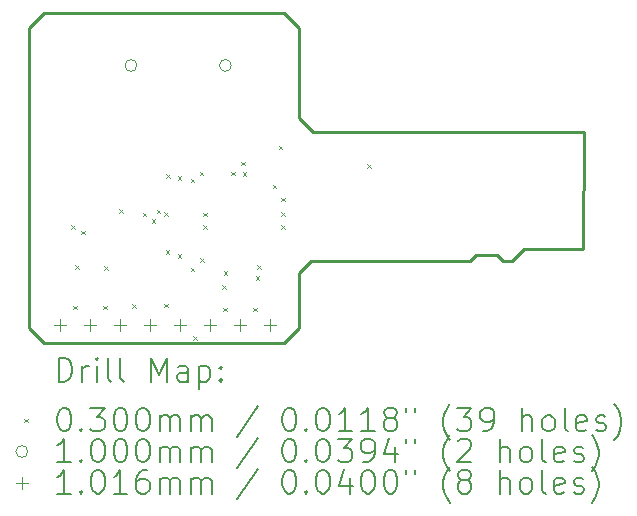
<source format=gbr>
%TF.GenerationSoftware,KiCad,Pcbnew,7.0.9*%
%TF.CreationDate,2023-12-03T04:53:22-05:00*%
%TF.ProjectId,SparkFun_MicroSD_Sniffer_v10,53706172-6b46-4756-9e5f-4d6963726f53,rev?*%
%TF.SameCoordinates,Original*%
%TF.FileFunction,Drillmap*%
%TF.FilePolarity,Positive*%
%FSLAX45Y45*%
G04 Gerber Fmt 4.5, Leading zero omitted, Abs format (unit mm)*
G04 Created by KiCad (PCBNEW 7.0.9) date 2023-12-03 04:53:22*
%MOMM*%
%LPD*%
G01*
G04 APERTURE LIST*
%ADD10C,0.254000*%
%ADD11C,0.200000*%
%ADD12C,0.100000*%
%ADD13C,0.101600*%
G04 APERTURE END LIST*
D10*
X16463010Y-11148060D02*
X16285210Y-11148060D01*
X12500610Y-11770360D02*
X12500610Y-9230360D01*
X14786610Y-9230360D02*
X14786610Y-9992360D01*
X16693000Y-11096000D02*
X16590010Y-11198860D01*
X12627610Y-11897360D02*
X12500610Y-11770360D01*
X14659610Y-11897360D02*
X14786610Y-11770360D01*
X17199610Y-10106660D02*
X14900910Y-10106660D01*
X16513810Y-11198860D02*
X16463010Y-11148060D01*
X14659610Y-9103360D02*
X14786610Y-9230360D01*
X16234410Y-11198860D02*
X14888210Y-11198860D01*
X12627610Y-9103360D02*
X14659610Y-9103360D01*
X14786610Y-11770360D02*
X14786610Y-11300460D01*
X16285210Y-11148060D02*
X16234410Y-11198860D01*
X14786610Y-11300460D02*
X14888210Y-11198860D01*
X17186910Y-11097260D02*
X16693000Y-11096000D01*
X14786610Y-9992360D02*
X14900910Y-10106660D01*
X12627610Y-11897360D02*
X14659610Y-11897360D01*
X17199610Y-10106660D02*
X17186910Y-11097260D01*
X16590010Y-11198860D02*
X16513810Y-11198860D01*
X12500610Y-9230360D02*
X12627610Y-9103360D01*
D11*
D12*
X12855000Y-10898000D02*
X12885000Y-10928000D01*
X12885000Y-10898000D02*
X12855000Y-10928000D01*
X12872000Y-11579000D02*
X12902000Y-11609000D01*
X12902000Y-11579000D02*
X12872000Y-11609000D01*
X12890000Y-11235000D02*
X12920000Y-11265000D01*
X12920000Y-11235000D02*
X12890000Y-11265000D01*
X12942000Y-10945000D02*
X12972000Y-10975000D01*
X12972000Y-10945000D02*
X12942000Y-10975000D01*
X13126000Y-11580000D02*
X13156000Y-11610000D01*
X13156000Y-11580000D02*
X13126000Y-11610000D01*
X13133000Y-11245000D02*
X13163000Y-11275000D01*
X13163000Y-11245000D02*
X13133000Y-11275000D01*
X13261000Y-10764000D02*
X13291000Y-10794000D01*
X13291000Y-10764000D02*
X13261000Y-10794000D01*
X13370000Y-11566000D02*
X13400000Y-11596000D01*
X13400000Y-11566000D02*
X13370000Y-11596000D01*
X13460000Y-10791000D02*
X13490000Y-10821000D01*
X13490000Y-10791000D02*
X13460000Y-10821000D01*
X13537000Y-10845000D02*
X13567000Y-10875000D01*
X13567000Y-10845000D02*
X13537000Y-10875000D01*
X13581000Y-10768000D02*
X13611000Y-10798000D01*
X13611000Y-10768000D02*
X13581000Y-10798000D01*
X13644000Y-10788000D02*
X13674000Y-10818000D01*
X13674000Y-10788000D02*
X13644000Y-10818000D01*
X13644000Y-11563000D02*
X13674000Y-11593000D01*
X13674000Y-11563000D02*
X13644000Y-11593000D01*
X13654000Y-11109000D02*
X13684000Y-11139000D01*
X13684000Y-11109000D02*
X13654000Y-11139000D01*
X13662000Y-10464000D02*
X13692000Y-10494000D01*
X13692000Y-10464000D02*
X13662000Y-10494000D01*
X13758000Y-10482000D02*
X13788000Y-10512000D01*
X13788000Y-10482000D02*
X13758000Y-10512000D01*
X13759000Y-11142000D02*
X13789000Y-11172000D01*
X13789000Y-11142000D02*
X13759000Y-11172000D01*
X13867000Y-10506000D02*
X13897000Y-10536000D01*
X13897000Y-10506000D02*
X13867000Y-10536000D01*
X13869000Y-11256000D02*
X13899000Y-11286000D01*
X13899000Y-11256000D02*
X13869000Y-11286000D01*
X13888000Y-11836000D02*
X13918000Y-11866000D01*
X13918000Y-11836000D02*
X13888000Y-11866000D01*
X13944000Y-10445000D02*
X13974000Y-10475000D01*
X13974000Y-10445000D02*
X13944000Y-10475000D01*
X13949000Y-11179000D02*
X13979000Y-11209000D01*
X13979000Y-11179000D02*
X13949000Y-11209000D01*
X13973000Y-10794000D02*
X14003000Y-10824000D01*
X14003000Y-10794000D02*
X13973000Y-10824000D01*
X13973000Y-10900000D02*
X14003000Y-10930000D01*
X14003000Y-10900000D02*
X13973000Y-10930000D01*
X14133000Y-11404000D02*
X14163000Y-11434000D01*
X14163000Y-11404000D02*
X14133000Y-11434000D01*
X14144000Y-11598000D02*
X14174000Y-11628000D01*
X14174000Y-11598000D02*
X14144000Y-11628000D01*
X14146000Y-11287000D02*
X14176000Y-11317000D01*
X14176000Y-11287000D02*
X14146000Y-11317000D01*
X14210000Y-10445000D02*
X14240000Y-10475000D01*
X14240000Y-10445000D02*
X14210000Y-10475000D01*
X14296000Y-10359000D02*
X14326000Y-10389000D01*
X14326000Y-10359000D02*
X14296000Y-10389000D01*
X14307000Y-10450000D02*
X14337000Y-10480000D01*
X14337000Y-10450000D02*
X14307000Y-10480000D01*
X14395000Y-11596000D02*
X14425000Y-11626000D01*
X14425000Y-11596000D02*
X14395000Y-11626000D01*
X14416000Y-11331000D02*
X14446000Y-11361000D01*
X14446000Y-11331000D02*
X14416000Y-11361000D01*
X14432000Y-11239000D02*
X14462000Y-11269000D01*
X14462000Y-11239000D02*
X14432000Y-11269000D01*
X14562000Y-10554000D02*
X14592000Y-10584000D01*
X14592000Y-10554000D02*
X14562000Y-10584000D01*
X14614000Y-10226000D02*
X14644000Y-10256000D01*
X14644000Y-10226000D02*
X14614000Y-10256000D01*
X14632000Y-10897000D02*
X14662000Y-10927000D01*
X14662000Y-10897000D02*
X14632000Y-10927000D01*
X14634000Y-10788000D02*
X14664000Y-10818000D01*
X14664000Y-10788000D02*
X14634000Y-10818000D01*
X14635000Y-10666000D02*
X14665000Y-10696000D01*
X14665000Y-10666000D02*
X14635000Y-10696000D01*
X15360000Y-10380000D02*
X15390000Y-10410000D01*
X15390000Y-10380000D02*
X15360000Y-10410000D01*
X13411000Y-9545000D02*
G75*
G03*
X13411000Y-9545000I-50000J0D01*
G01*
X14211000Y-9545000D02*
G75*
G03*
X14211000Y-9545000I-50000J0D01*
G01*
D13*
X12759690Y-11689080D02*
X12759690Y-11790680D01*
X12708890Y-11739880D02*
X12810490Y-11739880D01*
X13013690Y-11689080D02*
X13013690Y-11790680D01*
X12962890Y-11739880D02*
X13064490Y-11739880D01*
X13267690Y-11689080D02*
X13267690Y-11790680D01*
X13216890Y-11739880D02*
X13318490Y-11739880D01*
X13521690Y-11689080D02*
X13521690Y-11790680D01*
X13470890Y-11739880D02*
X13572490Y-11739880D01*
X13775690Y-11689080D02*
X13775690Y-11790680D01*
X13724890Y-11739880D02*
X13826490Y-11739880D01*
X14029690Y-11689080D02*
X14029690Y-11790680D01*
X13978890Y-11739880D02*
X14080490Y-11739880D01*
X14283690Y-11689080D02*
X14283690Y-11790680D01*
X14232890Y-11739880D02*
X14334490Y-11739880D01*
X14537690Y-11689080D02*
X14537690Y-11790680D01*
X14486890Y-11739880D02*
X14588490Y-11739880D01*
D11*
X12748687Y-12221544D02*
X12748687Y-12021544D01*
X12748687Y-12021544D02*
X12796306Y-12021544D01*
X12796306Y-12021544D02*
X12824877Y-12031068D01*
X12824877Y-12031068D02*
X12843925Y-12050115D01*
X12843925Y-12050115D02*
X12853449Y-12069163D01*
X12853449Y-12069163D02*
X12862972Y-12107258D01*
X12862972Y-12107258D02*
X12862972Y-12135829D01*
X12862972Y-12135829D02*
X12853449Y-12173925D01*
X12853449Y-12173925D02*
X12843925Y-12192972D01*
X12843925Y-12192972D02*
X12824877Y-12212020D01*
X12824877Y-12212020D02*
X12796306Y-12221544D01*
X12796306Y-12221544D02*
X12748687Y-12221544D01*
X12948687Y-12221544D02*
X12948687Y-12088210D01*
X12948687Y-12126306D02*
X12958211Y-12107258D01*
X12958211Y-12107258D02*
X12967734Y-12097734D01*
X12967734Y-12097734D02*
X12986782Y-12088210D01*
X12986782Y-12088210D02*
X13005830Y-12088210D01*
X13072496Y-12221544D02*
X13072496Y-12088210D01*
X13072496Y-12021544D02*
X13062972Y-12031068D01*
X13062972Y-12031068D02*
X13072496Y-12040591D01*
X13072496Y-12040591D02*
X13082020Y-12031068D01*
X13082020Y-12031068D02*
X13072496Y-12021544D01*
X13072496Y-12021544D02*
X13072496Y-12040591D01*
X13196306Y-12221544D02*
X13177258Y-12212020D01*
X13177258Y-12212020D02*
X13167734Y-12192972D01*
X13167734Y-12192972D02*
X13167734Y-12021544D01*
X13301068Y-12221544D02*
X13282020Y-12212020D01*
X13282020Y-12212020D02*
X13272496Y-12192972D01*
X13272496Y-12192972D02*
X13272496Y-12021544D01*
X13529639Y-12221544D02*
X13529639Y-12021544D01*
X13529639Y-12021544D02*
X13596306Y-12164401D01*
X13596306Y-12164401D02*
X13662972Y-12021544D01*
X13662972Y-12021544D02*
X13662972Y-12221544D01*
X13843925Y-12221544D02*
X13843925Y-12116782D01*
X13843925Y-12116782D02*
X13834401Y-12097734D01*
X13834401Y-12097734D02*
X13815353Y-12088210D01*
X13815353Y-12088210D02*
X13777258Y-12088210D01*
X13777258Y-12088210D02*
X13758211Y-12097734D01*
X13843925Y-12212020D02*
X13824877Y-12221544D01*
X13824877Y-12221544D02*
X13777258Y-12221544D01*
X13777258Y-12221544D02*
X13758211Y-12212020D01*
X13758211Y-12212020D02*
X13748687Y-12192972D01*
X13748687Y-12192972D02*
X13748687Y-12173925D01*
X13748687Y-12173925D02*
X13758211Y-12154877D01*
X13758211Y-12154877D02*
X13777258Y-12145353D01*
X13777258Y-12145353D02*
X13824877Y-12145353D01*
X13824877Y-12145353D02*
X13843925Y-12135829D01*
X13939163Y-12088210D02*
X13939163Y-12288210D01*
X13939163Y-12097734D02*
X13958211Y-12088210D01*
X13958211Y-12088210D02*
X13996306Y-12088210D01*
X13996306Y-12088210D02*
X14015353Y-12097734D01*
X14015353Y-12097734D02*
X14024877Y-12107258D01*
X14024877Y-12107258D02*
X14034401Y-12126306D01*
X14034401Y-12126306D02*
X14034401Y-12183448D01*
X14034401Y-12183448D02*
X14024877Y-12202496D01*
X14024877Y-12202496D02*
X14015353Y-12212020D01*
X14015353Y-12212020D02*
X13996306Y-12221544D01*
X13996306Y-12221544D02*
X13958211Y-12221544D01*
X13958211Y-12221544D02*
X13939163Y-12212020D01*
X14120115Y-12202496D02*
X14129639Y-12212020D01*
X14129639Y-12212020D02*
X14120115Y-12221544D01*
X14120115Y-12221544D02*
X14110592Y-12212020D01*
X14110592Y-12212020D02*
X14120115Y-12202496D01*
X14120115Y-12202496D02*
X14120115Y-12221544D01*
X14120115Y-12097734D02*
X14129639Y-12107258D01*
X14129639Y-12107258D02*
X14120115Y-12116782D01*
X14120115Y-12116782D02*
X14110592Y-12107258D01*
X14110592Y-12107258D02*
X14120115Y-12097734D01*
X14120115Y-12097734D02*
X14120115Y-12116782D01*
D12*
X12457910Y-12535060D02*
X12487910Y-12565060D01*
X12487910Y-12535060D02*
X12457910Y-12565060D01*
D11*
X12786782Y-12441544D02*
X12805830Y-12441544D01*
X12805830Y-12441544D02*
X12824877Y-12451068D01*
X12824877Y-12451068D02*
X12834401Y-12460591D01*
X12834401Y-12460591D02*
X12843925Y-12479639D01*
X12843925Y-12479639D02*
X12853449Y-12517734D01*
X12853449Y-12517734D02*
X12853449Y-12565353D01*
X12853449Y-12565353D02*
X12843925Y-12603448D01*
X12843925Y-12603448D02*
X12834401Y-12622496D01*
X12834401Y-12622496D02*
X12824877Y-12632020D01*
X12824877Y-12632020D02*
X12805830Y-12641544D01*
X12805830Y-12641544D02*
X12786782Y-12641544D01*
X12786782Y-12641544D02*
X12767734Y-12632020D01*
X12767734Y-12632020D02*
X12758211Y-12622496D01*
X12758211Y-12622496D02*
X12748687Y-12603448D01*
X12748687Y-12603448D02*
X12739163Y-12565353D01*
X12739163Y-12565353D02*
X12739163Y-12517734D01*
X12739163Y-12517734D02*
X12748687Y-12479639D01*
X12748687Y-12479639D02*
X12758211Y-12460591D01*
X12758211Y-12460591D02*
X12767734Y-12451068D01*
X12767734Y-12451068D02*
X12786782Y-12441544D01*
X12939163Y-12622496D02*
X12948687Y-12632020D01*
X12948687Y-12632020D02*
X12939163Y-12641544D01*
X12939163Y-12641544D02*
X12929639Y-12632020D01*
X12929639Y-12632020D02*
X12939163Y-12622496D01*
X12939163Y-12622496D02*
X12939163Y-12641544D01*
X13015353Y-12441544D02*
X13139163Y-12441544D01*
X13139163Y-12441544D02*
X13072496Y-12517734D01*
X13072496Y-12517734D02*
X13101068Y-12517734D01*
X13101068Y-12517734D02*
X13120115Y-12527258D01*
X13120115Y-12527258D02*
X13129639Y-12536782D01*
X13129639Y-12536782D02*
X13139163Y-12555829D01*
X13139163Y-12555829D02*
X13139163Y-12603448D01*
X13139163Y-12603448D02*
X13129639Y-12622496D01*
X13129639Y-12622496D02*
X13120115Y-12632020D01*
X13120115Y-12632020D02*
X13101068Y-12641544D01*
X13101068Y-12641544D02*
X13043925Y-12641544D01*
X13043925Y-12641544D02*
X13024877Y-12632020D01*
X13024877Y-12632020D02*
X13015353Y-12622496D01*
X13262972Y-12441544D02*
X13282020Y-12441544D01*
X13282020Y-12441544D02*
X13301068Y-12451068D01*
X13301068Y-12451068D02*
X13310592Y-12460591D01*
X13310592Y-12460591D02*
X13320115Y-12479639D01*
X13320115Y-12479639D02*
X13329639Y-12517734D01*
X13329639Y-12517734D02*
X13329639Y-12565353D01*
X13329639Y-12565353D02*
X13320115Y-12603448D01*
X13320115Y-12603448D02*
X13310592Y-12622496D01*
X13310592Y-12622496D02*
X13301068Y-12632020D01*
X13301068Y-12632020D02*
X13282020Y-12641544D01*
X13282020Y-12641544D02*
X13262972Y-12641544D01*
X13262972Y-12641544D02*
X13243925Y-12632020D01*
X13243925Y-12632020D02*
X13234401Y-12622496D01*
X13234401Y-12622496D02*
X13224877Y-12603448D01*
X13224877Y-12603448D02*
X13215353Y-12565353D01*
X13215353Y-12565353D02*
X13215353Y-12517734D01*
X13215353Y-12517734D02*
X13224877Y-12479639D01*
X13224877Y-12479639D02*
X13234401Y-12460591D01*
X13234401Y-12460591D02*
X13243925Y-12451068D01*
X13243925Y-12451068D02*
X13262972Y-12441544D01*
X13453449Y-12441544D02*
X13472496Y-12441544D01*
X13472496Y-12441544D02*
X13491544Y-12451068D01*
X13491544Y-12451068D02*
X13501068Y-12460591D01*
X13501068Y-12460591D02*
X13510592Y-12479639D01*
X13510592Y-12479639D02*
X13520115Y-12517734D01*
X13520115Y-12517734D02*
X13520115Y-12565353D01*
X13520115Y-12565353D02*
X13510592Y-12603448D01*
X13510592Y-12603448D02*
X13501068Y-12622496D01*
X13501068Y-12622496D02*
X13491544Y-12632020D01*
X13491544Y-12632020D02*
X13472496Y-12641544D01*
X13472496Y-12641544D02*
X13453449Y-12641544D01*
X13453449Y-12641544D02*
X13434401Y-12632020D01*
X13434401Y-12632020D02*
X13424877Y-12622496D01*
X13424877Y-12622496D02*
X13415353Y-12603448D01*
X13415353Y-12603448D02*
X13405830Y-12565353D01*
X13405830Y-12565353D02*
X13405830Y-12517734D01*
X13405830Y-12517734D02*
X13415353Y-12479639D01*
X13415353Y-12479639D02*
X13424877Y-12460591D01*
X13424877Y-12460591D02*
X13434401Y-12451068D01*
X13434401Y-12451068D02*
X13453449Y-12441544D01*
X13605830Y-12641544D02*
X13605830Y-12508210D01*
X13605830Y-12527258D02*
X13615353Y-12517734D01*
X13615353Y-12517734D02*
X13634401Y-12508210D01*
X13634401Y-12508210D02*
X13662973Y-12508210D01*
X13662973Y-12508210D02*
X13682020Y-12517734D01*
X13682020Y-12517734D02*
X13691544Y-12536782D01*
X13691544Y-12536782D02*
X13691544Y-12641544D01*
X13691544Y-12536782D02*
X13701068Y-12517734D01*
X13701068Y-12517734D02*
X13720115Y-12508210D01*
X13720115Y-12508210D02*
X13748687Y-12508210D01*
X13748687Y-12508210D02*
X13767734Y-12517734D01*
X13767734Y-12517734D02*
X13777258Y-12536782D01*
X13777258Y-12536782D02*
X13777258Y-12641544D01*
X13872496Y-12641544D02*
X13872496Y-12508210D01*
X13872496Y-12527258D02*
X13882020Y-12517734D01*
X13882020Y-12517734D02*
X13901068Y-12508210D01*
X13901068Y-12508210D02*
X13929639Y-12508210D01*
X13929639Y-12508210D02*
X13948687Y-12517734D01*
X13948687Y-12517734D02*
X13958211Y-12536782D01*
X13958211Y-12536782D02*
X13958211Y-12641544D01*
X13958211Y-12536782D02*
X13967734Y-12517734D01*
X13967734Y-12517734D02*
X13986782Y-12508210D01*
X13986782Y-12508210D02*
X14015353Y-12508210D01*
X14015353Y-12508210D02*
X14034401Y-12517734D01*
X14034401Y-12517734D02*
X14043925Y-12536782D01*
X14043925Y-12536782D02*
X14043925Y-12641544D01*
X14434401Y-12432020D02*
X14262973Y-12689163D01*
X14691544Y-12441544D02*
X14710592Y-12441544D01*
X14710592Y-12441544D02*
X14729639Y-12451068D01*
X14729639Y-12451068D02*
X14739163Y-12460591D01*
X14739163Y-12460591D02*
X14748687Y-12479639D01*
X14748687Y-12479639D02*
X14758211Y-12517734D01*
X14758211Y-12517734D02*
X14758211Y-12565353D01*
X14758211Y-12565353D02*
X14748687Y-12603448D01*
X14748687Y-12603448D02*
X14739163Y-12622496D01*
X14739163Y-12622496D02*
X14729639Y-12632020D01*
X14729639Y-12632020D02*
X14710592Y-12641544D01*
X14710592Y-12641544D02*
X14691544Y-12641544D01*
X14691544Y-12641544D02*
X14672496Y-12632020D01*
X14672496Y-12632020D02*
X14662973Y-12622496D01*
X14662973Y-12622496D02*
X14653449Y-12603448D01*
X14653449Y-12603448D02*
X14643925Y-12565353D01*
X14643925Y-12565353D02*
X14643925Y-12517734D01*
X14643925Y-12517734D02*
X14653449Y-12479639D01*
X14653449Y-12479639D02*
X14662973Y-12460591D01*
X14662973Y-12460591D02*
X14672496Y-12451068D01*
X14672496Y-12451068D02*
X14691544Y-12441544D01*
X14843925Y-12622496D02*
X14853449Y-12632020D01*
X14853449Y-12632020D02*
X14843925Y-12641544D01*
X14843925Y-12641544D02*
X14834401Y-12632020D01*
X14834401Y-12632020D02*
X14843925Y-12622496D01*
X14843925Y-12622496D02*
X14843925Y-12641544D01*
X14977258Y-12441544D02*
X14996306Y-12441544D01*
X14996306Y-12441544D02*
X15015354Y-12451068D01*
X15015354Y-12451068D02*
X15024877Y-12460591D01*
X15024877Y-12460591D02*
X15034401Y-12479639D01*
X15034401Y-12479639D02*
X15043925Y-12517734D01*
X15043925Y-12517734D02*
X15043925Y-12565353D01*
X15043925Y-12565353D02*
X15034401Y-12603448D01*
X15034401Y-12603448D02*
X15024877Y-12622496D01*
X15024877Y-12622496D02*
X15015354Y-12632020D01*
X15015354Y-12632020D02*
X14996306Y-12641544D01*
X14996306Y-12641544D02*
X14977258Y-12641544D01*
X14977258Y-12641544D02*
X14958211Y-12632020D01*
X14958211Y-12632020D02*
X14948687Y-12622496D01*
X14948687Y-12622496D02*
X14939163Y-12603448D01*
X14939163Y-12603448D02*
X14929639Y-12565353D01*
X14929639Y-12565353D02*
X14929639Y-12517734D01*
X14929639Y-12517734D02*
X14939163Y-12479639D01*
X14939163Y-12479639D02*
X14948687Y-12460591D01*
X14948687Y-12460591D02*
X14958211Y-12451068D01*
X14958211Y-12451068D02*
X14977258Y-12441544D01*
X15234401Y-12641544D02*
X15120116Y-12641544D01*
X15177258Y-12641544D02*
X15177258Y-12441544D01*
X15177258Y-12441544D02*
X15158211Y-12470115D01*
X15158211Y-12470115D02*
X15139163Y-12489163D01*
X15139163Y-12489163D02*
X15120116Y-12498687D01*
X15424877Y-12641544D02*
X15310592Y-12641544D01*
X15367735Y-12641544D02*
X15367735Y-12441544D01*
X15367735Y-12441544D02*
X15348687Y-12470115D01*
X15348687Y-12470115D02*
X15329639Y-12489163D01*
X15329639Y-12489163D02*
X15310592Y-12498687D01*
X15539163Y-12527258D02*
X15520116Y-12517734D01*
X15520116Y-12517734D02*
X15510592Y-12508210D01*
X15510592Y-12508210D02*
X15501068Y-12489163D01*
X15501068Y-12489163D02*
X15501068Y-12479639D01*
X15501068Y-12479639D02*
X15510592Y-12460591D01*
X15510592Y-12460591D02*
X15520116Y-12451068D01*
X15520116Y-12451068D02*
X15539163Y-12441544D01*
X15539163Y-12441544D02*
X15577258Y-12441544D01*
X15577258Y-12441544D02*
X15596306Y-12451068D01*
X15596306Y-12451068D02*
X15605830Y-12460591D01*
X15605830Y-12460591D02*
X15615354Y-12479639D01*
X15615354Y-12479639D02*
X15615354Y-12489163D01*
X15615354Y-12489163D02*
X15605830Y-12508210D01*
X15605830Y-12508210D02*
X15596306Y-12517734D01*
X15596306Y-12517734D02*
X15577258Y-12527258D01*
X15577258Y-12527258D02*
X15539163Y-12527258D01*
X15539163Y-12527258D02*
X15520116Y-12536782D01*
X15520116Y-12536782D02*
X15510592Y-12546306D01*
X15510592Y-12546306D02*
X15501068Y-12565353D01*
X15501068Y-12565353D02*
X15501068Y-12603448D01*
X15501068Y-12603448D02*
X15510592Y-12622496D01*
X15510592Y-12622496D02*
X15520116Y-12632020D01*
X15520116Y-12632020D02*
X15539163Y-12641544D01*
X15539163Y-12641544D02*
X15577258Y-12641544D01*
X15577258Y-12641544D02*
X15596306Y-12632020D01*
X15596306Y-12632020D02*
X15605830Y-12622496D01*
X15605830Y-12622496D02*
X15615354Y-12603448D01*
X15615354Y-12603448D02*
X15615354Y-12565353D01*
X15615354Y-12565353D02*
X15605830Y-12546306D01*
X15605830Y-12546306D02*
X15596306Y-12536782D01*
X15596306Y-12536782D02*
X15577258Y-12527258D01*
X15691544Y-12441544D02*
X15691544Y-12479639D01*
X15767735Y-12441544D02*
X15767735Y-12479639D01*
X16062973Y-12717734D02*
X16053449Y-12708210D01*
X16053449Y-12708210D02*
X16034401Y-12679639D01*
X16034401Y-12679639D02*
X16024878Y-12660591D01*
X16024878Y-12660591D02*
X16015354Y-12632020D01*
X16015354Y-12632020D02*
X16005830Y-12584401D01*
X16005830Y-12584401D02*
X16005830Y-12546306D01*
X16005830Y-12546306D02*
X16015354Y-12498687D01*
X16015354Y-12498687D02*
X16024878Y-12470115D01*
X16024878Y-12470115D02*
X16034401Y-12451068D01*
X16034401Y-12451068D02*
X16053449Y-12422496D01*
X16053449Y-12422496D02*
X16062973Y-12412972D01*
X16120116Y-12441544D02*
X16243925Y-12441544D01*
X16243925Y-12441544D02*
X16177258Y-12517734D01*
X16177258Y-12517734D02*
X16205830Y-12517734D01*
X16205830Y-12517734D02*
X16224878Y-12527258D01*
X16224878Y-12527258D02*
X16234401Y-12536782D01*
X16234401Y-12536782D02*
X16243925Y-12555829D01*
X16243925Y-12555829D02*
X16243925Y-12603448D01*
X16243925Y-12603448D02*
X16234401Y-12622496D01*
X16234401Y-12622496D02*
X16224878Y-12632020D01*
X16224878Y-12632020D02*
X16205830Y-12641544D01*
X16205830Y-12641544D02*
X16148687Y-12641544D01*
X16148687Y-12641544D02*
X16129639Y-12632020D01*
X16129639Y-12632020D02*
X16120116Y-12622496D01*
X16339163Y-12641544D02*
X16377258Y-12641544D01*
X16377258Y-12641544D02*
X16396306Y-12632020D01*
X16396306Y-12632020D02*
X16405830Y-12622496D01*
X16405830Y-12622496D02*
X16424878Y-12593925D01*
X16424878Y-12593925D02*
X16434401Y-12555829D01*
X16434401Y-12555829D02*
X16434401Y-12479639D01*
X16434401Y-12479639D02*
X16424878Y-12460591D01*
X16424878Y-12460591D02*
X16415354Y-12451068D01*
X16415354Y-12451068D02*
X16396306Y-12441544D01*
X16396306Y-12441544D02*
X16358211Y-12441544D01*
X16358211Y-12441544D02*
X16339163Y-12451068D01*
X16339163Y-12451068D02*
X16329639Y-12460591D01*
X16329639Y-12460591D02*
X16320116Y-12479639D01*
X16320116Y-12479639D02*
X16320116Y-12527258D01*
X16320116Y-12527258D02*
X16329639Y-12546306D01*
X16329639Y-12546306D02*
X16339163Y-12555829D01*
X16339163Y-12555829D02*
X16358211Y-12565353D01*
X16358211Y-12565353D02*
X16396306Y-12565353D01*
X16396306Y-12565353D02*
X16415354Y-12555829D01*
X16415354Y-12555829D02*
X16424878Y-12546306D01*
X16424878Y-12546306D02*
X16434401Y-12527258D01*
X16672497Y-12641544D02*
X16672497Y-12441544D01*
X16758211Y-12641544D02*
X16758211Y-12536782D01*
X16758211Y-12536782D02*
X16748687Y-12517734D01*
X16748687Y-12517734D02*
X16729640Y-12508210D01*
X16729640Y-12508210D02*
X16701068Y-12508210D01*
X16701068Y-12508210D02*
X16682020Y-12517734D01*
X16682020Y-12517734D02*
X16672497Y-12527258D01*
X16882021Y-12641544D02*
X16862973Y-12632020D01*
X16862973Y-12632020D02*
X16853449Y-12622496D01*
X16853449Y-12622496D02*
X16843925Y-12603448D01*
X16843925Y-12603448D02*
X16843925Y-12546306D01*
X16843925Y-12546306D02*
X16853449Y-12527258D01*
X16853449Y-12527258D02*
X16862973Y-12517734D01*
X16862973Y-12517734D02*
X16882021Y-12508210D01*
X16882021Y-12508210D02*
X16910592Y-12508210D01*
X16910592Y-12508210D02*
X16929640Y-12517734D01*
X16929640Y-12517734D02*
X16939163Y-12527258D01*
X16939163Y-12527258D02*
X16948687Y-12546306D01*
X16948687Y-12546306D02*
X16948687Y-12603448D01*
X16948687Y-12603448D02*
X16939163Y-12622496D01*
X16939163Y-12622496D02*
X16929640Y-12632020D01*
X16929640Y-12632020D02*
X16910592Y-12641544D01*
X16910592Y-12641544D02*
X16882021Y-12641544D01*
X17062973Y-12641544D02*
X17043925Y-12632020D01*
X17043925Y-12632020D02*
X17034402Y-12612972D01*
X17034402Y-12612972D02*
X17034402Y-12441544D01*
X17215354Y-12632020D02*
X17196306Y-12641544D01*
X17196306Y-12641544D02*
X17158211Y-12641544D01*
X17158211Y-12641544D02*
X17139163Y-12632020D01*
X17139163Y-12632020D02*
X17129640Y-12612972D01*
X17129640Y-12612972D02*
X17129640Y-12536782D01*
X17129640Y-12536782D02*
X17139163Y-12517734D01*
X17139163Y-12517734D02*
X17158211Y-12508210D01*
X17158211Y-12508210D02*
X17196306Y-12508210D01*
X17196306Y-12508210D02*
X17215354Y-12517734D01*
X17215354Y-12517734D02*
X17224878Y-12536782D01*
X17224878Y-12536782D02*
X17224878Y-12555829D01*
X17224878Y-12555829D02*
X17129640Y-12574877D01*
X17301068Y-12632020D02*
X17320116Y-12641544D01*
X17320116Y-12641544D02*
X17358211Y-12641544D01*
X17358211Y-12641544D02*
X17377259Y-12632020D01*
X17377259Y-12632020D02*
X17386783Y-12612972D01*
X17386783Y-12612972D02*
X17386783Y-12603448D01*
X17386783Y-12603448D02*
X17377259Y-12584401D01*
X17377259Y-12584401D02*
X17358211Y-12574877D01*
X17358211Y-12574877D02*
X17329640Y-12574877D01*
X17329640Y-12574877D02*
X17310592Y-12565353D01*
X17310592Y-12565353D02*
X17301068Y-12546306D01*
X17301068Y-12546306D02*
X17301068Y-12536782D01*
X17301068Y-12536782D02*
X17310592Y-12517734D01*
X17310592Y-12517734D02*
X17329640Y-12508210D01*
X17329640Y-12508210D02*
X17358211Y-12508210D01*
X17358211Y-12508210D02*
X17377259Y-12517734D01*
X17453449Y-12717734D02*
X17462973Y-12708210D01*
X17462973Y-12708210D02*
X17482021Y-12679639D01*
X17482021Y-12679639D02*
X17491544Y-12660591D01*
X17491544Y-12660591D02*
X17501068Y-12632020D01*
X17501068Y-12632020D02*
X17510592Y-12584401D01*
X17510592Y-12584401D02*
X17510592Y-12546306D01*
X17510592Y-12546306D02*
X17501068Y-12498687D01*
X17501068Y-12498687D02*
X17491544Y-12470115D01*
X17491544Y-12470115D02*
X17482021Y-12451068D01*
X17482021Y-12451068D02*
X17462973Y-12422496D01*
X17462973Y-12422496D02*
X17453449Y-12412972D01*
D12*
X12487910Y-12814060D02*
G75*
G03*
X12487910Y-12814060I-50000J0D01*
G01*
D11*
X12853449Y-12905544D02*
X12739163Y-12905544D01*
X12796306Y-12905544D02*
X12796306Y-12705544D01*
X12796306Y-12705544D02*
X12777258Y-12734115D01*
X12777258Y-12734115D02*
X12758211Y-12753163D01*
X12758211Y-12753163D02*
X12739163Y-12762687D01*
X12939163Y-12886496D02*
X12948687Y-12896020D01*
X12948687Y-12896020D02*
X12939163Y-12905544D01*
X12939163Y-12905544D02*
X12929639Y-12896020D01*
X12929639Y-12896020D02*
X12939163Y-12886496D01*
X12939163Y-12886496D02*
X12939163Y-12905544D01*
X13072496Y-12705544D02*
X13091544Y-12705544D01*
X13091544Y-12705544D02*
X13110592Y-12715068D01*
X13110592Y-12715068D02*
X13120115Y-12724591D01*
X13120115Y-12724591D02*
X13129639Y-12743639D01*
X13129639Y-12743639D02*
X13139163Y-12781734D01*
X13139163Y-12781734D02*
X13139163Y-12829353D01*
X13139163Y-12829353D02*
X13129639Y-12867448D01*
X13129639Y-12867448D02*
X13120115Y-12886496D01*
X13120115Y-12886496D02*
X13110592Y-12896020D01*
X13110592Y-12896020D02*
X13091544Y-12905544D01*
X13091544Y-12905544D02*
X13072496Y-12905544D01*
X13072496Y-12905544D02*
X13053449Y-12896020D01*
X13053449Y-12896020D02*
X13043925Y-12886496D01*
X13043925Y-12886496D02*
X13034401Y-12867448D01*
X13034401Y-12867448D02*
X13024877Y-12829353D01*
X13024877Y-12829353D02*
X13024877Y-12781734D01*
X13024877Y-12781734D02*
X13034401Y-12743639D01*
X13034401Y-12743639D02*
X13043925Y-12724591D01*
X13043925Y-12724591D02*
X13053449Y-12715068D01*
X13053449Y-12715068D02*
X13072496Y-12705544D01*
X13262972Y-12705544D02*
X13282020Y-12705544D01*
X13282020Y-12705544D02*
X13301068Y-12715068D01*
X13301068Y-12715068D02*
X13310592Y-12724591D01*
X13310592Y-12724591D02*
X13320115Y-12743639D01*
X13320115Y-12743639D02*
X13329639Y-12781734D01*
X13329639Y-12781734D02*
X13329639Y-12829353D01*
X13329639Y-12829353D02*
X13320115Y-12867448D01*
X13320115Y-12867448D02*
X13310592Y-12886496D01*
X13310592Y-12886496D02*
X13301068Y-12896020D01*
X13301068Y-12896020D02*
X13282020Y-12905544D01*
X13282020Y-12905544D02*
X13262972Y-12905544D01*
X13262972Y-12905544D02*
X13243925Y-12896020D01*
X13243925Y-12896020D02*
X13234401Y-12886496D01*
X13234401Y-12886496D02*
X13224877Y-12867448D01*
X13224877Y-12867448D02*
X13215353Y-12829353D01*
X13215353Y-12829353D02*
X13215353Y-12781734D01*
X13215353Y-12781734D02*
X13224877Y-12743639D01*
X13224877Y-12743639D02*
X13234401Y-12724591D01*
X13234401Y-12724591D02*
X13243925Y-12715068D01*
X13243925Y-12715068D02*
X13262972Y-12705544D01*
X13453449Y-12705544D02*
X13472496Y-12705544D01*
X13472496Y-12705544D02*
X13491544Y-12715068D01*
X13491544Y-12715068D02*
X13501068Y-12724591D01*
X13501068Y-12724591D02*
X13510592Y-12743639D01*
X13510592Y-12743639D02*
X13520115Y-12781734D01*
X13520115Y-12781734D02*
X13520115Y-12829353D01*
X13520115Y-12829353D02*
X13510592Y-12867448D01*
X13510592Y-12867448D02*
X13501068Y-12886496D01*
X13501068Y-12886496D02*
X13491544Y-12896020D01*
X13491544Y-12896020D02*
X13472496Y-12905544D01*
X13472496Y-12905544D02*
X13453449Y-12905544D01*
X13453449Y-12905544D02*
X13434401Y-12896020D01*
X13434401Y-12896020D02*
X13424877Y-12886496D01*
X13424877Y-12886496D02*
X13415353Y-12867448D01*
X13415353Y-12867448D02*
X13405830Y-12829353D01*
X13405830Y-12829353D02*
X13405830Y-12781734D01*
X13405830Y-12781734D02*
X13415353Y-12743639D01*
X13415353Y-12743639D02*
X13424877Y-12724591D01*
X13424877Y-12724591D02*
X13434401Y-12715068D01*
X13434401Y-12715068D02*
X13453449Y-12705544D01*
X13605830Y-12905544D02*
X13605830Y-12772210D01*
X13605830Y-12791258D02*
X13615353Y-12781734D01*
X13615353Y-12781734D02*
X13634401Y-12772210D01*
X13634401Y-12772210D02*
X13662973Y-12772210D01*
X13662973Y-12772210D02*
X13682020Y-12781734D01*
X13682020Y-12781734D02*
X13691544Y-12800782D01*
X13691544Y-12800782D02*
X13691544Y-12905544D01*
X13691544Y-12800782D02*
X13701068Y-12781734D01*
X13701068Y-12781734D02*
X13720115Y-12772210D01*
X13720115Y-12772210D02*
X13748687Y-12772210D01*
X13748687Y-12772210D02*
X13767734Y-12781734D01*
X13767734Y-12781734D02*
X13777258Y-12800782D01*
X13777258Y-12800782D02*
X13777258Y-12905544D01*
X13872496Y-12905544D02*
X13872496Y-12772210D01*
X13872496Y-12791258D02*
X13882020Y-12781734D01*
X13882020Y-12781734D02*
X13901068Y-12772210D01*
X13901068Y-12772210D02*
X13929639Y-12772210D01*
X13929639Y-12772210D02*
X13948687Y-12781734D01*
X13948687Y-12781734D02*
X13958211Y-12800782D01*
X13958211Y-12800782D02*
X13958211Y-12905544D01*
X13958211Y-12800782D02*
X13967734Y-12781734D01*
X13967734Y-12781734D02*
X13986782Y-12772210D01*
X13986782Y-12772210D02*
X14015353Y-12772210D01*
X14015353Y-12772210D02*
X14034401Y-12781734D01*
X14034401Y-12781734D02*
X14043925Y-12800782D01*
X14043925Y-12800782D02*
X14043925Y-12905544D01*
X14434401Y-12696020D02*
X14262973Y-12953163D01*
X14691544Y-12705544D02*
X14710592Y-12705544D01*
X14710592Y-12705544D02*
X14729639Y-12715068D01*
X14729639Y-12715068D02*
X14739163Y-12724591D01*
X14739163Y-12724591D02*
X14748687Y-12743639D01*
X14748687Y-12743639D02*
X14758211Y-12781734D01*
X14758211Y-12781734D02*
X14758211Y-12829353D01*
X14758211Y-12829353D02*
X14748687Y-12867448D01*
X14748687Y-12867448D02*
X14739163Y-12886496D01*
X14739163Y-12886496D02*
X14729639Y-12896020D01*
X14729639Y-12896020D02*
X14710592Y-12905544D01*
X14710592Y-12905544D02*
X14691544Y-12905544D01*
X14691544Y-12905544D02*
X14672496Y-12896020D01*
X14672496Y-12896020D02*
X14662973Y-12886496D01*
X14662973Y-12886496D02*
X14653449Y-12867448D01*
X14653449Y-12867448D02*
X14643925Y-12829353D01*
X14643925Y-12829353D02*
X14643925Y-12781734D01*
X14643925Y-12781734D02*
X14653449Y-12743639D01*
X14653449Y-12743639D02*
X14662973Y-12724591D01*
X14662973Y-12724591D02*
X14672496Y-12715068D01*
X14672496Y-12715068D02*
X14691544Y-12705544D01*
X14843925Y-12886496D02*
X14853449Y-12896020D01*
X14853449Y-12896020D02*
X14843925Y-12905544D01*
X14843925Y-12905544D02*
X14834401Y-12896020D01*
X14834401Y-12896020D02*
X14843925Y-12886496D01*
X14843925Y-12886496D02*
X14843925Y-12905544D01*
X14977258Y-12705544D02*
X14996306Y-12705544D01*
X14996306Y-12705544D02*
X15015354Y-12715068D01*
X15015354Y-12715068D02*
X15024877Y-12724591D01*
X15024877Y-12724591D02*
X15034401Y-12743639D01*
X15034401Y-12743639D02*
X15043925Y-12781734D01*
X15043925Y-12781734D02*
X15043925Y-12829353D01*
X15043925Y-12829353D02*
X15034401Y-12867448D01*
X15034401Y-12867448D02*
X15024877Y-12886496D01*
X15024877Y-12886496D02*
X15015354Y-12896020D01*
X15015354Y-12896020D02*
X14996306Y-12905544D01*
X14996306Y-12905544D02*
X14977258Y-12905544D01*
X14977258Y-12905544D02*
X14958211Y-12896020D01*
X14958211Y-12896020D02*
X14948687Y-12886496D01*
X14948687Y-12886496D02*
X14939163Y-12867448D01*
X14939163Y-12867448D02*
X14929639Y-12829353D01*
X14929639Y-12829353D02*
X14929639Y-12781734D01*
X14929639Y-12781734D02*
X14939163Y-12743639D01*
X14939163Y-12743639D02*
X14948687Y-12724591D01*
X14948687Y-12724591D02*
X14958211Y-12715068D01*
X14958211Y-12715068D02*
X14977258Y-12705544D01*
X15110592Y-12705544D02*
X15234401Y-12705544D01*
X15234401Y-12705544D02*
X15167735Y-12781734D01*
X15167735Y-12781734D02*
X15196306Y-12781734D01*
X15196306Y-12781734D02*
X15215354Y-12791258D01*
X15215354Y-12791258D02*
X15224877Y-12800782D01*
X15224877Y-12800782D02*
X15234401Y-12819829D01*
X15234401Y-12819829D02*
X15234401Y-12867448D01*
X15234401Y-12867448D02*
X15224877Y-12886496D01*
X15224877Y-12886496D02*
X15215354Y-12896020D01*
X15215354Y-12896020D02*
X15196306Y-12905544D01*
X15196306Y-12905544D02*
X15139163Y-12905544D01*
X15139163Y-12905544D02*
X15120116Y-12896020D01*
X15120116Y-12896020D02*
X15110592Y-12886496D01*
X15329639Y-12905544D02*
X15367735Y-12905544D01*
X15367735Y-12905544D02*
X15386782Y-12896020D01*
X15386782Y-12896020D02*
X15396306Y-12886496D01*
X15396306Y-12886496D02*
X15415354Y-12857925D01*
X15415354Y-12857925D02*
X15424877Y-12819829D01*
X15424877Y-12819829D02*
X15424877Y-12743639D01*
X15424877Y-12743639D02*
X15415354Y-12724591D01*
X15415354Y-12724591D02*
X15405830Y-12715068D01*
X15405830Y-12715068D02*
X15386782Y-12705544D01*
X15386782Y-12705544D02*
X15348687Y-12705544D01*
X15348687Y-12705544D02*
X15329639Y-12715068D01*
X15329639Y-12715068D02*
X15320116Y-12724591D01*
X15320116Y-12724591D02*
X15310592Y-12743639D01*
X15310592Y-12743639D02*
X15310592Y-12791258D01*
X15310592Y-12791258D02*
X15320116Y-12810306D01*
X15320116Y-12810306D02*
X15329639Y-12819829D01*
X15329639Y-12819829D02*
X15348687Y-12829353D01*
X15348687Y-12829353D02*
X15386782Y-12829353D01*
X15386782Y-12829353D02*
X15405830Y-12819829D01*
X15405830Y-12819829D02*
X15415354Y-12810306D01*
X15415354Y-12810306D02*
X15424877Y-12791258D01*
X15596306Y-12772210D02*
X15596306Y-12905544D01*
X15548687Y-12696020D02*
X15501068Y-12838877D01*
X15501068Y-12838877D02*
X15624877Y-12838877D01*
X15691544Y-12705544D02*
X15691544Y-12743639D01*
X15767735Y-12705544D02*
X15767735Y-12743639D01*
X16062973Y-12981734D02*
X16053449Y-12972210D01*
X16053449Y-12972210D02*
X16034401Y-12943639D01*
X16034401Y-12943639D02*
X16024878Y-12924591D01*
X16024878Y-12924591D02*
X16015354Y-12896020D01*
X16015354Y-12896020D02*
X16005830Y-12848401D01*
X16005830Y-12848401D02*
X16005830Y-12810306D01*
X16005830Y-12810306D02*
X16015354Y-12762687D01*
X16015354Y-12762687D02*
X16024878Y-12734115D01*
X16024878Y-12734115D02*
X16034401Y-12715068D01*
X16034401Y-12715068D02*
X16053449Y-12686496D01*
X16053449Y-12686496D02*
X16062973Y-12676972D01*
X16129639Y-12724591D02*
X16139163Y-12715068D01*
X16139163Y-12715068D02*
X16158211Y-12705544D01*
X16158211Y-12705544D02*
X16205830Y-12705544D01*
X16205830Y-12705544D02*
X16224878Y-12715068D01*
X16224878Y-12715068D02*
X16234401Y-12724591D01*
X16234401Y-12724591D02*
X16243925Y-12743639D01*
X16243925Y-12743639D02*
X16243925Y-12762687D01*
X16243925Y-12762687D02*
X16234401Y-12791258D01*
X16234401Y-12791258D02*
X16120116Y-12905544D01*
X16120116Y-12905544D02*
X16243925Y-12905544D01*
X16482020Y-12905544D02*
X16482020Y-12705544D01*
X16567735Y-12905544D02*
X16567735Y-12800782D01*
X16567735Y-12800782D02*
X16558211Y-12781734D01*
X16558211Y-12781734D02*
X16539163Y-12772210D01*
X16539163Y-12772210D02*
X16510592Y-12772210D01*
X16510592Y-12772210D02*
X16491544Y-12781734D01*
X16491544Y-12781734D02*
X16482020Y-12791258D01*
X16691544Y-12905544D02*
X16672497Y-12896020D01*
X16672497Y-12896020D02*
X16662973Y-12886496D01*
X16662973Y-12886496D02*
X16653449Y-12867448D01*
X16653449Y-12867448D02*
X16653449Y-12810306D01*
X16653449Y-12810306D02*
X16662973Y-12791258D01*
X16662973Y-12791258D02*
X16672497Y-12781734D01*
X16672497Y-12781734D02*
X16691544Y-12772210D01*
X16691544Y-12772210D02*
X16720116Y-12772210D01*
X16720116Y-12772210D02*
X16739163Y-12781734D01*
X16739163Y-12781734D02*
X16748687Y-12791258D01*
X16748687Y-12791258D02*
X16758211Y-12810306D01*
X16758211Y-12810306D02*
X16758211Y-12867448D01*
X16758211Y-12867448D02*
X16748687Y-12886496D01*
X16748687Y-12886496D02*
X16739163Y-12896020D01*
X16739163Y-12896020D02*
X16720116Y-12905544D01*
X16720116Y-12905544D02*
X16691544Y-12905544D01*
X16872497Y-12905544D02*
X16853449Y-12896020D01*
X16853449Y-12896020D02*
X16843925Y-12876972D01*
X16843925Y-12876972D02*
X16843925Y-12705544D01*
X17024878Y-12896020D02*
X17005830Y-12905544D01*
X17005830Y-12905544D02*
X16967735Y-12905544D01*
X16967735Y-12905544D02*
X16948687Y-12896020D01*
X16948687Y-12896020D02*
X16939163Y-12876972D01*
X16939163Y-12876972D02*
X16939163Y-12800782D01*
X16939163Y-12800782D02*
X16948687Y-12781734D01*
X16948687Y-12781734D02*
X16967735Y-12772210D01*
X16967735Y-12772210D02*
X17005830Y-12772210D01*
X17005830Y-12772210D02*
X17024878Y-12781734D01*
X17024878Y-12781734D02*
X17034402Y-12800782D01*
X17034402Y-12800782D02*
X17034402Y-12819829D01*
X17034402Y-12819829D02*
X16939163Y-12838877D01*
X17110592Y-12896020D02*
X17129640Y-12905544D01*
X17129640Y-12905544D02*
X17167735Y-12905544D01*
X17167735Y-12905544D02*
X17186783Y-12896020D01*
X17186783Y-12896020D02*
X17196306Y-12876972D01*
X17196306Y-12876972D02*
X17196306Y-12867448D01*
X17196306Y-12867448D02*
X17186783Y-12848401D01*
X17186783Y-12848401D02*
X17167735Y-12838877D01*
X17167735Y-12838877D02*
X17139163Y-12838877D01*
X17139163Y-12838877D02*
X17120116Y-12829353D01*
X17120116Y-12829353D02*
X17110592Y-12810306D01*
X17110592Y-12810306D02*
X17110592Y-12800782D01*
X17110592Y-12800782D02*
X17120116Y-12781734D01*
X17120116Y-12781734D02*
X17139163Y-12772210D01*
X17139163Y-12772210D02*
X17167735Y-12772210D01*
X17167735Y-12772210D02*
X17186783Y-12781734D01*
X17262973Y-12981734D02*
X17272497Y-12972210D01*
X17272497Y-12972210D02*
X17291544Y-12943639D01*
X17291544Y-12943639D02*
X17301068Y-12924591D01*
X17301068Y-12924591D02*
X17310592Y-12896020D01*
X17310592Y-12896020D02*
X17320116Y-12848401D01*
X17320116Y-12848401D02*
X17320116Y-12810306D01*
X17320116Y-12810306D02*
X17310592Y-12762687D01*
X17310592Y-12762687D02*
X17301068Y-12734115D01*
X17301068Y-12734115D02*
X17291544Y-12715068D01*
X17291544Y-12715068D02*
X17272497Y-12686496D01*
X17272497Y-12686496D02*
X17262973Y-12676972D01*
D13*
X12437110Y-13027260D02*
X12437110Y-13128860D01*
X12386310Y-13078060D02*
X12487910Y-13078060D01*
D11*
X12853449Y-13169544D02*
X12739163Y-13169544D01*
X12796306Y-13169544D02*
X12796306Y-12969544D01*
X12796306Y-12969544D02*
X12777258Y-12998115D01*
X12777258Y-12998115D02*
X12758211Y-13017163D01*
X12758211Y-13017163D02*
X12739163Y-13026687D01*
X12939163Y-13150496D02*
X12948687Y-13160020D01*
X12948687Y-13160020D02*
X12939163Y-13169544D01*
X12939163Y-13169544D02*
X12929639Y-13160020D01*
X12929639Y-13160020D02*
X12939163Y-13150496D01*
X12939163Y-13150496D02*
X12939163Y-13169544D01*
X13072496Y-12969544D02*
X13091544Y-12969544D01*
X13091544Y-12969544D02*
X13110592Y-12979068D01*
X13110592Y-12979068D02*
X13120115Y-12988591D01*
X13120115Y-12988591D02*
X13129639Y-13007639D01*
X13129639Y-13007639D02*
X13139163Y-13045734D01*
X13139163Y-13045734D02*
X13139163Y-13093353D01*
X13139163Y-13093353D02*
X13129639Y-13131448D01*
X13129639Y-13131448D02*
X13120115Y-13150496D01*
X13120115Y-13150496D02*
X13110592Y-13160020D01*
X13110592Y-13160020D02*
X13091544Y-13169544D01*
X13091544Y-13169544D02*
X13072496Y-13169544D01*
X13072496Y-13169544D02*
X13053449Y-13160020D01*
X13053449Y-13160020D02*
X13043925Y-13150496D01*
X13043925Y-13150496D02*
X13034401Y-13131448D01*
X13034401Y-13131448D02*
X13024877Y-13093353D01*
X13024877Y-13093353D02*
X13024877Y-13045734D01*
X13024877Y-13045734D02*
X13034401Y-13007639D01*
X13034401Y-13007639D02*
X13043925Y-12988591D01*
X13043925Y-12988591D02*
X13053449Y-12979068D01*
X13053449Y-12979068D02*
X13072496Y-12969544D01*
X13329639Y-13169544D02*
X13215353Y-13169544D01*
X13272496Y-13169544D02*
X13272496Y-12969544D01*
X13272496Y-12969544D02*
X13253449Y-12998115D01*
X13253449Y-12998115D02*
X13234401Y-13017163D01*
X13234401Y-13017163D02*
X13215353Y-13026687D01*
X13501068Y-12969544D02*
X13462972Y-12969544D01*
X13462972Y-12969544D02*
X13443925Y-12979068D01*
X13443925Y-12979068D02*
X13434401Y-12988591D01*
X13434401Y-12988591D02*
X13415353Y-13017163D01*
X13415353Y-13017163D02*
X13405830Y-13055258D01*
X13405830Y-13055258D02*
X13405830Y-13131448D01*
X13405830Y-13131448D02*
X13415353Y-13150496D01*
X13415353Y-13150496D02*
X13424877Y-13160020D01*
X13424877Y-13160020D02*
X13443925Y-13169544D01*
X13443925Y-13169544D02*
X13482020Y-13169544D01*
X13482020Y-13169544D02*
X13501068Y-13160020D01*
X13501068Y-13160020D02*
X13510592Y-13150496D01*
X13510592Y-13150496D02*
X13520115Y-13131448D01*
X13520115Y-13131448D02*
X13520115Y-13083829D01*
X13520115Y-13083829D02*
X13510592Y-13064782D01*
X13510592Y-13064782D02*
X13501068Y-13055258D01*
X13501068Y-13055258D02*
X13482020Y-13045734D01*
X13482020Y-13045734D02*
X13443925Y-13045734D01*
X13443925Y-13045734D02*
X13424877Y-13055258D01*
X13424877Y-13055258D02*
X13415353Y-13064782D01*
X13415353Y-13064782D02*
X13405830Y-13083829D01*
X13605830Y-13169544D02*
X13605830Y-13036210D01*
X13605830Y-13055258D02*
X13615353Y-13045734D01*
X13615353Y-13045734D02*
X13634401Y-13036210D01*
X13634401Y-13036210D02*
X13662973Y-13036210D01*
X13662973Y-13036210D02*
X13682020Y-13045734D01*
X13682020Y-13045734D02*
X13691544Y-13064782D01*
X13691544Y-13064782D02*
X13691544Y-13169544D01*
X13691544Y-13064782D02*
X13701068Y-13045734D01*
X13701068Y-13045734D02*
X13720115Y-13036210D01*
X13720115Y-13036210D02*
X13748687Y-13036210D01*
X13748687Y-13036210D02*
X13767734Y-13045734D01*
X13767734Y-13045734D02*
X13777258Y-13064782D01*
X13777258Y-13064782D02*
X13777258Y-13169544D01*
X13872496Y-13169544D02*
X13872496Y-13036210D01*
X13872496Y-13055258D02*
X13882020Y-13045734D01*
X13882020Y-13045734D02*
X13901068Y-13036210D01*
X13901068Y-13036210D02*
X13929639Y-13036210D01*
X13929639Y-13036210D02*
X13948687Y-13045734D01*
X13948687Y-13045734D02*
X13958211Y-13064782D01*
X13958211Y-13064782D02*
X13958211Y-13169544D01*
X13958211Y-13064782D02*
X13967734Y-13045734D01*
X13967734Y-13045734D02*
X13986782Y-13036210D01*
X13986782Y-13036210D02*
X14015353Y-13036210D01*
X14015353Y-13036210D02*
X14034401Y-13045734D01*
X14034401Y-13045734D02*
X14043925Y-13064782D01*
X14043925Y-13064782D02*
X14043925Y-13169544D01*
X14434401Y-12960020D02*
X14262973Y-13217163D01*
X14691544Y-12969544D02*
X14710592Y-12969544D01*
X14710592Y-12969544D02*
X14729639Y-12979068D01*
X14729639Y-12979068D02*
X14739163Y-12988591D01*
X14739163Y-12988591D02*
X14748687Y-13007639D01*
X14748687Y-13007639D02*
X14758211Y-13045734D01*
X14758211Y-13045734D02*
X14758211Y-13093353D01*
X14758211Y-13093353D02*
X14748687Y-13131448D01*
X14748687Y-13131448D02*
X14739163Y-13150496D01*
X14739163Y-13150496D02*
X14729639Y-13160020D01*
X14729639Y-13160020D02*
X14710592Y-13169544D01*
X14710592Y-13169544D02*
X14691544Y-13169544D01*
X14691544Y-13169544D02*
X14672496Y-13160020D01*
X14672496Y-13160020D02*
X14662973Y-13150496D01*
X14662973Y-13150496D02*
X14653449Y-13131448D01*
X14653449Y-13131448D02*
X14643925Y-13093353D01*
X14643925Y-13093353D02*
X14643925Y-13045734D01*
X14643925Y-13045734D02*
X14653449Y-13007639D01*
X14653449Y-13007639D02*
X14662973Y-12988591D01*
X14662973Y-12988591D02*
X14672496Y-12979068D01*
X14672496Y-12979068D02*
X14691544Y-12969544D01*
X14843925Y-13150496D02*
X14853449Y-13160020D01*
X14853449Y-13160020D02*
X14843925Y-13169544D01*
X14843925Y-13169544D02*
X14834401Y-13160020D01*
X14834401Y-13160020D02*
X14843925Y-13150496D01*
X14843925Y-13150496D02*
X14843925Y-13169544D01*
X14977258Y-12969544D02*
X14996306Y-12969544D01*
X14996306Y-12969544D02*
X15015354Y-12979068D01*
X15015354Y-12979068D02*
X15024877Y-12988591D01*
X15024877Y-12988591D02*
X15034401Y-13007639D01*
X15034401Y-13007639D02*
X15043925Y-13045734D01*
X15043925Y-13045734D02*
X15043925Y-13093353D01*
X15043925Y-13093353D02*
X15034401Y-13131448D01*
X15034401Y-13131448D02*
X15024877Y-13150496D01*
X15024877Y-13150496D02*
X15015354Y-13160020D01*
X15015354Y-13160020D02*
X14996306Y-13169544D01*
X14996306Y-13169544D02*
X14977258Y-13169544D01*
X14977258Y-13169544D02*
X14958211Y-13160020D01*
X14958211Y-13160020D02*
X14948687Y-13150496D01*
X14948687Y-13150496D02*
X14939163Y-13131448D01*
X14939163Y-13131448D02*
X14929639Y-13093353D01*
X14929639Y-13093353D02*
X14929639Y-13045734D01*
X14929639Y-13045734D02*
X14939163Y-13007639D01*
X14939163Y-13007639D02*
X14948687Y-12988591D01*
X14948687Y-12988591D02*
X14958211Y-12979068D01*
X14958211Y-12979068D02*
X14977258Y-12969544D01*
X15215354Y-13036210D02*
X15215354Y-13169544D01*
X15167735Y-12960020D02*
X15120116Y-13102877D01*
X15120116Y-13102877D02*
X15243925Y-13102877D01*
X15358211Y-12969544D02*
X15377258Y-12969544D01*
X15377258Y-12969544D02*
X15396306Y-12979068D01*
X15396306Y-12979068D02*
X15405830Y-12988591D01*
X15405830Y-12988591D02*
X15415354Y-13007639D01*
X15415354Y-13007639D02*
X15424877Y-13045734D01*
X15424877Y-13045734D02*
X15424877Y-13093353D01*
X15424877Y-13093353D02*
X15415354Y-13131448D01*
X15415354Y-13131448D02*
X15405830Y-13150496D01*
X15405830Y-13150496D02*
X15396306Y-13160020D01*
X15396306Y-13160020D02*
X15377258Y-13169544D01*
X15377258Y-13169544D02*
X15358211Y-13169544D01*
X15358211Y-13169544D02*
X15339163Y-13160020D01*
X15339163Y-13160020D02*
X15329639Y-13150496D01*
X15329639Y-13150496D02*
X15320116Y-13131448D01*
X15320116Y-13131448D02*
X15310592Y-13093353D01*
X15310592Y-13093353D02*
X15310592Y-13045734D01*
X15310592Y-13045734D02*
X15320116Y-13007639D01*
X15320116Y-13007639D02*
X15329639Y-12988591D01*
X15329639Y-12988591D02*
X15339163Y-12979068D01*
X15339163Y-12979068D02*
X15358211Y-12969544D01*
X15548687Y-12969544D02*
X15567735Y-12969544D01*
X15567735Y-12969544D02*
X15586782Y-12979068D01*
X15586782Y-12979068D02*
X15596306Y-12988591D01*
X15596306Y-12988591D02*
X15605830Y-13007639D01*
X15605830Y-13007639D02*
X15615354Y-13045734D01*
X15615354Y-13045734D02*
X15615354Y-13093353D01*
X15615354Y-13093353D02*
X15605830Y-13131448D01*
X15605830Y-13131448D02*
X15596306Y-13150496D01*
X15596306Y-13150496D02*
X15586782Y-13160020D01*
X15586782Y-13160020D02*
X15567735Y-13169544D01*
X15567735Y-13169544D02*
X15548687Y-13169544D01*
X15548687Y-13169544D02*
X15529639Y-13160020D01*
X15529639Y-13160020D02*
X15520116Y-13150496D01*
X15520116Y-13150496D02*
X15510592Y-13131448D01*
X15510592Y-13131448D02*
X15501068Y-13093353D01*
X15501068Y-13093353D02*
X15501068Y-13045734D01*
X15501068Y-13045734D02*
X15510592Y-13007639D01*
X15510592Y-13007639D02*
X15520116Y-12988591D01*
X15520116Y-12988591D02*
X15529639Y-12979068D01*
X15529639Y-12979068D02*
X15548687Y-12969544D01*
X15691544Y-12969544D02*
X15691544Y-13007639D01*
X15767735Y-12969544D02*
X15767735Y-13007639D01*
X16062973Y-13245734D02*
X16053449Y-13236210D01*
X16053449Y-13236210D02*
X16034401Y-13207639D01*
X16034401Y-13207639D02*
X16024878Y-13188591D01*
X16024878Y-13188591D02*
X16015354Y-13160020D01*
X16015354Y-13160020D02*
X16005830Y-13112401D01*
X16005830Y-13112401D02*
X16005830Y-13074306D01*
X16005830Y-13074306D02*
X16015354Y-13026687D01*
X16015354Y-13026687D02*
X16024878Y-12998115D01*
X16024878Y-12998115D02*
X16034401Y-12979068D01*
X16034401Y-12979068D02*
X16053449Y-12950496D01*
X16053449Y-12950496D02*
X16062973Y-12940972D01*
X16167735Y-13055258D02*
X16148687Y-13045734D01*
X16148687Y-13045734D02*
X16139163Y-13036210D01*
X16139163Y-13036210D02*
X16129639Y-13017163D01*
X16129639Y-13017163D02*
X16129639Y-13007639D01*
X16129639Y-13007639D02*
X16139163Y-12988591D01*
X16139163Y-12988591D02*
X16148687Y-12979068D01*
X16148687Y-12979068D02*
X16167735Y-12969544D01*
X16167735Y-12969544D02*
X16205830Y-12969544D01*
X16205830Y-12969544D02*
X16224878Y-12979068D01*
X16224878Y-12979068D02*
X16234401Y-12988591D01*
X16234401Y-12988591D02*
X16243925Y-13007639D01*
X16243925Y-13007639D02*
X16243925Y-13017163D01*
X16243925Y-13017163D02*
X16234401Y-13036210D01*
X16234401Y-13036210D02*
X16224878Y-13045734D01*
X16224878Y-13045734D02*
X16205830Y-13055258D01*
X16205830Y-13055258D02*
X16167735Y-13055258D01*
X16167735Y-13055258D02*
X16148687Y-13064782D01*
X16148687Y-13064782D02*
X16139163Y-13074306D01*
X16139163Y-13074306D02*
X16129639Y-13093353D01*
X16129639Y-13093353D02*
X16129639Y-13131448D01*
X16129639Y-13131448D02*
X16139163Y-13150496D01*
X16139163Y-13150496D02*
X16148687Y-13160020D01*
X16148687Y-13160020D02*
X16167735Y-13169544D01*
X16167735Y-13169544D02*
X16205830Y-13169544D01*
X16205830Y-13169544D02*
X16224878Y-13160020D01*
X16224878Y-13160020D02*
X16234401Y-13150496D01*
X16234401Y-13150496D02*
X16243925Y-13131448D01*
X16243925Y-13131448D02*
X16243925Y-13093353D01*
X16243925Y-13093353D02*
X16234401Y-13074306D01*
X16234401Y-13074306D02*
X16224878Y-13064782D01*
X16224878Y-13064782D02*
X16205830Y-13055258D01*
X16482020Y-13169544D02*
X16482020Y-12969544D01*
X16567735Y-13169544D02*
X16567735Y-13064782D01*
X16567735Y-13064782D02*
X16558211Y-13045734D01*
X16558211Y-13045734D02*
X16539163Y-13036210D01*
X16539163Y-13036210D02*
X16510592Y-13036210D01*
X16510592Y-13036210D02*
X16491544Y-13045734D01*
X16491544Y-13045734D02*
X16482020Y-13055258D01*
X16691544Y-13169544D02*
X16672497Y-13160020D01*
X16672497Y-13160020D02*
X16662973Y-13150496D01*
X16662973Y-13150496D02*
X16653449Y-13131448D01*
X16653449Y-13131448D02*
X16653449Y-13074306D01*
X16653449Y-13074306D02*
X16662973Y-13055258D01*
X16662973Y-13055258D02*
X16672497Y-13045734D01*
X16672497Y-13045734D02*
X16691544Y-13036210D01*
X16691544Y-13036210D02*
X16720116Y-13036210D01*
X16720116Y-13036210D02*
X16739163Y-13045734D01*
X16739163Y-13045734D02*
X16748687Y-13055258D01*
X16748687Y-13055258D02*
X16758211Y-13074306D01*
X16758211Y-13074306D02*
X16758211Y-13131448D01*
X16758211Y-13131448D02*
X16748687Y-13150496D01*
X16748687Y-13150496D02*
X16739163Y-13160020D01*
X16739163Y-13160020D02*
X16720116Y-13169544D01*
X16720116Y-13169544D02*
X16691544Y-13169544D01*
X16872497Y-13169544D02*
X16853449Y-13160020D01*
X16853449Y-13160020D02*
X16843925Y-13140972D01*
X16843925Y-13140972D02*
X16843925Y-12969544D01*
X17024878Y-13160020D02*
X17005830Y-13169544D01*
X17005830Y-13169544D02*
X16967735Y-13169544D01*
X16967735Y-13169544D02*
X16948687Y-13160020D01*
X16948687Y-13160020D02*
X16939163Y-13140972D01*
X16939163Y-13140972D02*
X16939163Y-13064782D01*
X16939163Y-13064782D02*
X16948687Y-13045734D01*
X16948687Y-13045734D02*
X16967735Y-13036210D01*
X16967735Y-13036210D02*
X17005830Y-13036210D01*
X17005830Y-13036210D02*
X17024878Y-13045734D01*
X17024878Y-13045734D02*
X17034402Y-13064782D01*
X17034402Y-13064782D02*
X17034402Y-13083829D01*
X17034402Y-13083829D02*
X16939163Y-13102877D01*
X17110592Y-13160020D02*
X17129640Y-13169544D01*
X17129640Y-13169544D02*
X17167735Y-13169544D01*
X17167735Y-13169544D02*
X17186783Y-13160020D01*
X17186783Y-13160020D02*
X17196306Y-13140972D01*
X17196306Y-13140972D02*
X17196306Y-13131448D01*
X17196306Y-13131448D02*
X17186783Y-13112401D01*
X17186783Y-13112401D02*
X17167735Y-13102877D01*
X17167735Y-13102877D02*
X17139163Y-13102877D01*
X17139163Y-13102877D02*
X17120116Y-13093353D01*
X17120116Y-13093353D02*
X17110592Y-13074306D01*
X17110592Y-13074306D02*
X17110592Y-13064782D01*
X17110592Y-13064782D02*
X17120116Y-13045734D01*
X17120116Y-13045734D02*
X17139163Y-13036210D01*
X17139163Y-13036210D02*
X17167735Y-13036210D01*
X17167735Y-13036210D02*
X17186783Y-13045734D01*
X17262973Y-13245734D02*
X17272497Y-13236210D01*
X17272497Y-13236210D02*
X17291544Y-13207639D01*
X17291544Y-13207639D02*
X17301068Y-13188591D01*
X17301068Y-13188591D02*
X17310592Y-13160020D01*
X17310592Y-13160020D02*
X17320116Y-13112401D01*
X17320116Y-13112401D02*
X17320116Y-13074306D01*
X17320116Y-13074306D02*
X17310592Y-13026687D01*
X17310592Y-13026687D02*
X17301068Y-12998115D01*
X17301068Y-12998115D02*
X17291544Y-12979068D01*
X17291544Y-12979068D02*
X17272497Y-12950496D01*
X17272497Y-12950496D02*
X17262973Y-12940972D01*
M02*

</source>
